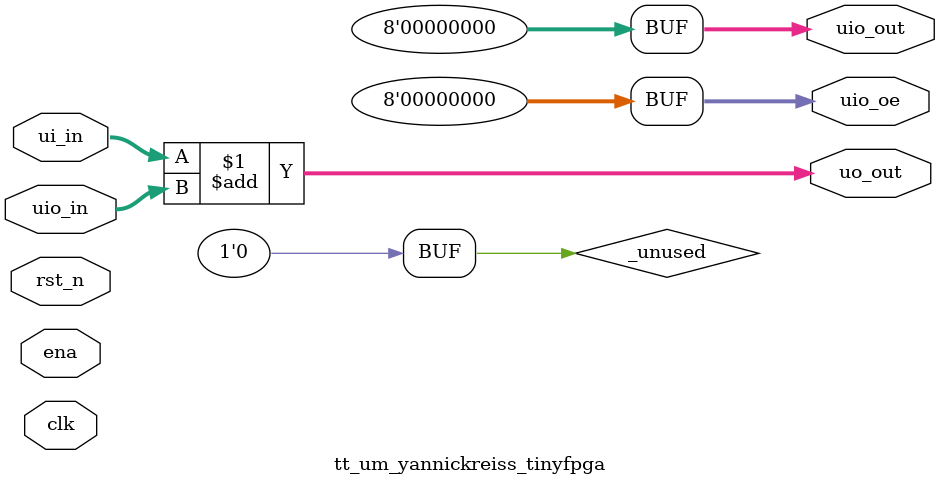
<source format=v>
/*
 * Copyright (c) 2024 Your Name
 * SPDX-License-Identifier: Apache-2.0
 */

`default_nettype none

module tt_um_yannickreiss_tinyfpga (
    input  wire [7:0] ui_in,    // Dedicated inputs
    output wire [7:0] uo_out,   // Dedicated outputs
    input  wire [7:0] uio_in,   // IOs: Input path
    output wire [7:0] uio_out,  // IOs: Output path
    output wire [7:0] uio_oe,   // IOs: Enable path (active high: 0=input, 1=output)
    input  wire       ena,      // always 1 when the design is powered, so you can ignore it
    input  wire       clk,      // clock
    input  wire       rst_n     // reset_n - low to reset
);

  // All output pins must be assigned. If not used, assign to 0.
  assign uo_out  = ui_in + uio_in;  // Example: ou_out is the sum of ui_in and uio_in
  assign uio_out = 0;
  assign uio_oe  = 0;

  // List all unused inputs to prevent warnings
  wire _unused = &{ena, clk, rst_n, 1'b0};

endmodule

</source>
